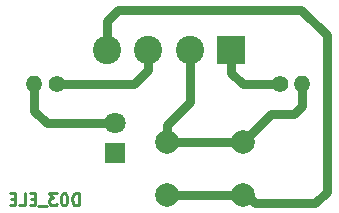
<source format=gbr>
G04 #@! TF.GenerationSoftware,KiCad,Pcbnew,5.1.5-52549c5~86~ubuntu18.04.1*
G04 #@! TF.CreationDate,2020-09-25T18:12:33-05:00*
G04 #@! TF.ProjectId,D03,4430332e-6b69-4636-9164-5f7063625858,rev?*
G04 #@! TF.SameCoordinates,Original*
G04 #@! TF.FileFunction,Copper,L2,Bot*
G04 #@! TF.FilePolarity,Positive*
%FSLAX46Y46*%
G04 Gerber Fmt 4.6, Leading zero omitted, Abs format (unit mm)*
G04 Created by KiCad (PCBNEW 5.1.5-52549c5~86~ubuntu18.04.1) date 2020-09-25 18:12:33*
%MOMM*%
%LPD*%
G04 APERTURE LIST*
%ADD10C,0.250000*%
%ADD11O,1.400000X1.400000*%
%ADD12C,1.400000*%
%ADD13C,1.800000*%
%ADD14R,1.800000X1.800000*%
%ADD15C,2.400000*%
%ADD16R,2.400000X2.400000*%
%ADD17C,2.000000*%
%ADD18C,0.750000*%
G04 APERTURE END LIST*
D10*
X26323561Y-37155380D02*
X26323561Y-36155380D01*
X26085466Y-36155380D01*
X25942609Y-36203000D01*
X25847371Y-36298238D01*
X25799752Y-36393476D01*
X25752133Y-36583952D01*
X25752133Y-36726809D01*
X25799752Y-36917285D01*
X25847371Y-37012523D01*
X25942609Y-37107761D01*
X26085466Y-37155380D01*
X26323561Y-37155380D01*
X25133085Y-36155380D02*
X25037847Y-36155380D01*
X24942609Y-36203000D01*
X24894990Y-36250619D01*
X24847371Y-36345857D01*
X24799752Y-36536333D01*
X24799752Y-36774428D01*
X24847371Y-36964904D01*
X24894990Y-37060142D01*
X24942609Y-37107761D01*
X25037847Y-37155380D01*
X25133085Y-37155380D01*
X25228323Y-37107761D01*
X25275942Y-37060142D01*
X25323561Y-36964904D01*
X25371180Y-36774428D01*
X25371180Y-36536333D01*
X25323561Y-36345857D01*
X25275942Y-36250619D01*
X25228323Y-36203000D01*
X25133085Y-36155380D01*
X24466419Y-36155380D02*
X23847371Y-36155380D01*
X24180704Y-36536333D01*
X24037847Y-36536333D01*
X23942609Y-36583952D01*
X23894990Y-36631571D01*
X23847371Y-36726809D01*
X23847371Y-36964904D01*
X23894990Y-37060142D01*
X23942609Y-37107761D01*
X24037847Y-37155380D01*
X24323561Y-37155380D01*
X24418800Y-37107761D01*
X24466419Y-37060142D01*
X23656895Y-37250619D02*
X22894990Y-37250619D01*
X22656895Y-36631571D02*
X22323561Y-36631571D01*
X22180704Y-37155380D02*
X22656895Y-37155380D01*
X22656895Y-36155380D01*
X22180704Y-36155380D01*
X21275942Y-37155380D02*
X21752133Y-37155380D01*
X21752133Y-36155380D01*
X20942609Y-36631571D02*
X20609276Y-36631571D01*
X20466419Y-37155380D02*
X20942609Y-37155380D01*
X20942609Y-36155380D01*
X20466419Y-36155380D01*
D11*
X22560200Y-26873200D03*
D12*
X24460200Y-26873200D03*
D11*
X45257800Y-26924000D03*
D12*
X43357800Y-26924000D03*
D13*
X29413200Y-30226000D03*
D14*
X29413200Y-32766000D03*
D15*
X28720000Y-24000000D03*
X32220000Y-24000000D03*
X35720000Y-24000000D03*
D16*
X39220000Y-24000000D03*
D17*
X33759000Y-36296600D03*
X33759000Y-31796600D03*
X40259000Y-36296600D03*
X40259000Y-31796600D03*
D18*
X33759000Y-36296600D02*
X40259000Y-36296600D01*
X28720000Y-22302944D02*
X28727400Y-22295544D01*
X28720000Y-24000000D02*
X28720000Y-22302944D01*
X28727400Y-22295544D02*
X28727400Y-21539200D01*
X28727400Y-21539200D02*
X29666590Y-20600010D01*
X29666590Y-20600010D02*
X45161810Y-20600010D01*
X45161810Y-20600010D02*
X47320200Y-22758400D01*
X47320200Y-22758400D02*
X47320200Y-36042600D01*
X47320200Y-36042600D02*
X46355000Y-37007800D01*
X46355000Y-37007800D02*
X41224200Y-37007800D01*
X40513000Y-36296600D02*
X40259000Y-36296600D01*
X41224200Y-37007800D02*
X40513000Y-36296600D01*
X31043856Y-26873200D02*
X24460200Y-26873200D01*
X32220000Y-24000000D02*
X32220000Y-25697056D01*
X32220000Y-25697056D02*
X31043856Y-26873200D01*
X33759000Y-31796600D02*
X40259000Y-31796600D01*
X35720000Y-28421387D02*
X35720000Y-24000000D01*
X33759000Y-31796600D02*
X33759000Y-30382387D01*
X33759000Y-30382387D02*
X35720000Y-28421387D01*
X45257800Y-26924000D02*
X45257800Y-28732400D01*
X45257800Y-28732400D02*
X44526200Y-29464000D01*
X42591600Y-29464000D02*
X40259000Y-31796600D01*
X44526200Y-29464000D02*
X42591600Y-29464000D01*
X39220000Y-25950000D02*
X40194000Y-26924000D01*
X39220000Y-24000000D02*
X39220000Y-25950000D01*
X40194000Y-26924000D02*
X43357800Y-26924000D01*
X29413200Y-30226000D02*
X23596600Y-30226000D01*
X22560200Y-29189600D02*
X22560200Y-26873200D01*
X23596600Y-30226000D02*
X22560200Y-29189600D01*
M02*

</source>
